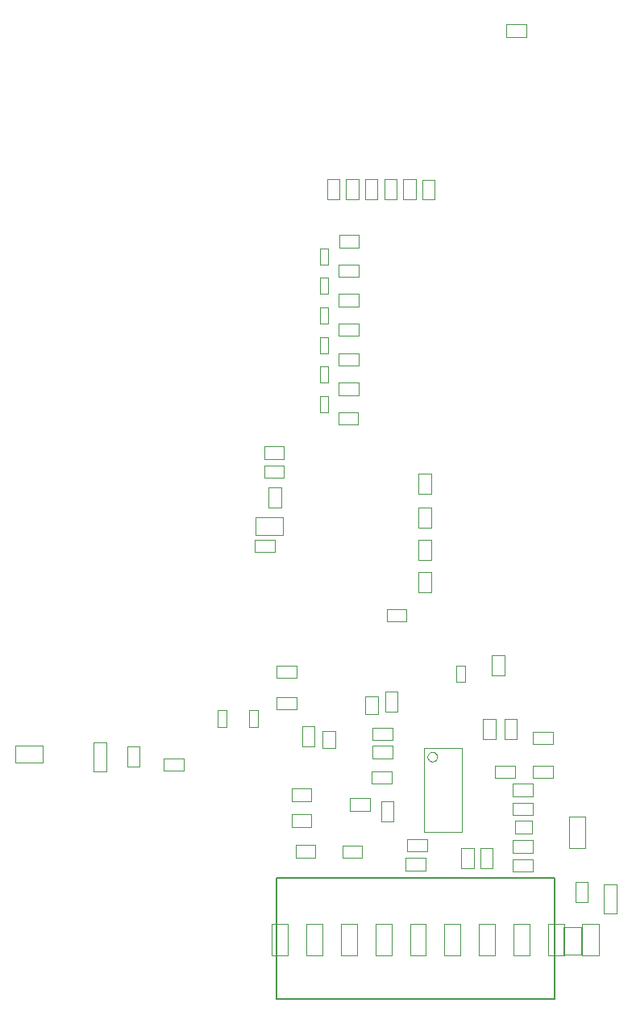
<source format=gbr>
%FSTAX23Y23*%
%MOIN*%
%SFA1B1*%

%IPPOS*%
%ADD94C,0.005000*%
%ADD109C,0.003937*%
%LNpms_board_mechanical_13-1*%
%LPD*%
G54D94*
X01355Y00853D02*
X02506D01*
X01355D02*
Y01354D01*
X02505*
X02506Y01353*
Y00853D02*
Y01353D01*
G54D109*
X02019Y01854D02*
D01*
X02019Y01855*
X02019Y01857*
X02019Y01858*
X02018Y01859*
X02018Y01861*
X02017Y01862*
X02017Y01863*
X02016Y01864*
X02015Y01865*
X02015Y01866*
X02014Y01868*
X02013Y01868*
X02012Y01869*
X02011Y0187*
X02009Y01871*
X02008Y01872*
X02007Y01872*
X02006Y01873*
X02004Y01873*
X02003Y01873*
X02002Y01873*
X02Y01874*
X01999*
X01997Y01873*
X01996Y01873*
X01995Y01873*
X01993Y01873*
X01992Y01872*
X01991Y01872*
X0199Y01871*
X01988Y0187*
X01987Y01869*
X01986Y01868*
X01985Y01868*
X01984Y01866*
X01984Y01865*
X01983Y01864*
X01982Y01863*
X01982Y01862*
X01981Y01861*
X01981Y01859*
X0198Y01858*
X0198Y01857*
X0198Y01855*
X0198Y01854*
X0198Y01852*
X0198Y01851*
X0198Y0185*
X01981Y01848*
X01981Y01847*
X01982Y01846*
X01982Y01845*
X01983Y01843*
X01984Y01842*
X01984Y01841*
X01985Y0184*
X01986Y01839*
X01987Y01838*
X01988Y01838*
X0199Y01837*
X01991Y01836*
X01992Y01836*
X01993Y01835*
X01995Y01835*
X01996Y01834*
X01997Y01834*
X01999Y01834*
X02*
X02002Y01834*
X02003Y01834*
X02004Y01835*
X02006Y01835*
X02007Y01836*
X02008Y01836*
X02009Y01837*
X02011Y01838*
X02012Y01838*
X02013Y01839*
X02014Y0184*
X02015Y01841*
X02015Y01842*
X02016Y01843*
X02017Y01845*
X02017Y01846*
X02018Y01847*
X02018Y01848*
X02019Y0185*
X02019Y01851*
X02019Y01852*
X02019Y01854*
X02592Y01254D02*
Y01337D01*
X02643Y01254D02*
Y01337D01*
X02592Y01254D02*
X02643D01*
X02592Y01337D02*
X02643D01*
X02543Y01037D02*
Y01151D01*
X02614Y01037D02*
Y01151D01*
X02543Y01037D02*
X02614D01*
X02543Y01151D02*
X02614D01*
X0262Y01033D02*
Y01163D01*
X02687Y01033D02*
Y01163D01*
X0262D02*
X02687D01*
X0262Y01033D02*
X02687D01*
X02477Y01033D02*
Y01163D01*
X02544Y01033D02*
Y01163D01*
X02477D02*
X02544D01*
X02477Y01033D02*
X02544D01*
X02334D02*
Y01163D01*
X02401Y01033D02*
Y01163D01*
X02334D02*
X02401D01*
X02334Y01033D02*
X02401D01*
X02192D02*
Y01163D01*
X02259Y01033D02*
Y01163D01*
X02192D02*
X02259D01*
X02192Y01033D02*
X02259D01*
X02049Y01034D02*
Y01164D01*
X02116Y01034D02*
Y01164D01*
X02049D02*
X02116D01*
X02049Y01034D02*
X02116D01*
X01907Y01033D02*
Y01163D01*
X01973Y01033D02*
Y01163D01*
X01907D02*
X01973D01*
X01907Y01033D02*
X01973D01*
X01764D02*
Y01163D01*
X01831Y01033D02*
Y01163D01*
X01764D02*
X01831D01*
X01764Y01033D02*
X01831D01*
X01621D02*
Y01163D01*
X01688Y01033D02*
Y01163D01*
X01621D02*
X01688D01*
X01621Y01033D02*
X01688D01*
X01479D02*
Y01163D01*
X01546Y01033D02*
Y01163D01*
X01479D02*
X01546D01*
X01479Y01033D02*
X01546D01*
X01336Y01033D02*
Y01163D01*
X01403Y01033D02*
Y01163D01*
X01336D02*
X01403D01*
X01336Y01033D02*
X01403D01*
X01964Y01543D02*
Y01889D01*
X02122Y01543D02*
Y01889D01*
X01964D02*
X02122D01*
X01964Y01543D02*
X02122D01*
X02415Y01958D02*
X02498D01*
X02415Y01907D02*
X02498D01*
X02415D02*
Y01958D01*
X02498Y01907D02*
Y01958D01*
X02348Y01928D02*
Y0201D01*
X02297Y01928D02*
Y0201D01*
X02348*
X02297Y01928D02*
X02348D01*
X02305Y04879D02*
X02387D01*
X02305Y04828D02*
X02387D01*
X02305D02*
Y04879D01*
X02387Y04828D02*
Y04879D01*
X01888Y01383D02*
X01971D01*
X01888Y01435D02*
X01971D01*
Y01383D02*
Y01435D01*
X01888Y01383D02*
Y01435D01*
X01896Y01513D02*
X01979D01*
X01896Y01462D02*
X01979D01*
X01896D02*
Y01513D01*
X01979Y01462D02*
Y01513D01*
X01659Y01683D02*
X01742D01*
X01659Y01631D02*
X01742D01*
X01659D02*
Y01683D01*
X01742Y01631D02*
Y01683D01*
X0184Y01587D02*
Y0167D01*
X01789Y01587D02*
Y0167D01*
X0184*
X01789Y01587D02*
X0184D01*
X01752Y01848D02*
X01835D01*
X01752Y01899D02*
X01835D01*
Y01848D02*
Y01899D01*
X01752Y01848D02*
Y01899D01*
Y01923D02*
X01835D01*
X01752Y01974D02*
X01835D01*
Y01923D02*
Y01974D01*
X01752Y01923D02*
Y01974D01*
X01355Y02049D02*
X01437D01*
X01355Y021D02*
X01437D01*
Y02049D02*
Y021D01*
X01355Y02049D02*
Y021D01*
X02333Y01379D02*
X02416D01*
X02333Y01431D02*
X02416D01*
Y01379D02*
Y01431D01*
X02333Y01379D02*
Y01431D01*
Y01509D02*
X02416D01*
X02333Y01458D02*
X02416D01*
X02333D02*
Y01509D01*
X02416Y01458D02*
Y01509D01*
X00789Y01813D02*
Y01896D01*
X00738Y01813D02*
Y01896D01*
X00789*
X00738Y01813D02*
X00789D01*
X01805Y0204D02*
Y02123D01*
X01856Y0204D02*
Y02123D01*
X01805Y0204D02*
X01856D01*
X01805Y02123D02*
X01856D01*
X00888Y01848D02*
X00971D01*
X00888Y01797D02*
X00971D01*
X00888D02*
Y01848D01*
X00971Y01797D02*
Y01848D01*
X02198Y01394D02*
Y01477D01*
X0225Y01394D02*
Y01477D01*
X02198Y01394D02*
X0225D01*
X02198Y01477D02*
X0225D01*
X01418Y01616D02*
X015D01*
X01418Y01564D02*
X015D01*
X01418D02*
Y01616D01*
X015Y01564D02*
Y01616D01*
X01356Y0223D02*
X01438D01*
X01356Y02179D02*
X01438D01*
X01356D02*
Y0223D01*
X01438Y02179D02*
Y0223D01*
X02297Y02189D02*
Y02272D01*
X02246Y02189D02*
Y02272D01*
X02297*
X02246Y02189D02*
X02297D01*
X02332Y0169D02*
X02415D01*
X02332Y01742D02*
X02415D01*
Y0169D02*
Y01742D01*
X02332Y0169D02*
Y01742D01*
X02261Y01928D02*
Y0201D01*
X0221Y01928D02*
Y0201D01*
X02261*
X0221Y01928D02*
X02261D01*
X0226Y01816D02*
X02343D01*
X0226Y01765D02*
X02343D01*
X0226D02*
Y01816D01*
X02343Y01765D02*
Y01816D01*
X02171Y01394D02*
Y01477D01*
X0212Y01394D02*
Y01477D01*
X02171*
X0212Y01394D02*
X02171D01*
X02416Y01816D02*
X02499D01*
X02416Y01765D02*
X02499D01*
X02416D02*
Y01816D01*
X02499Y01765D02*
Y01816D01*
X01627Y01486D02*
X0171D01*
X01627Y01435D02*
X0171D01*
X01627D02*
Y01486D01*
X0171Y01435D02*
Y01486D01*
X01434Y01438D02*
X01516D01*
X01434Y0149D02*
X01516D01*
Y01438D02*
Y0149D01*
X01434Y01438D02*
Y0149D01*
X02333Y01612D02*
X02416D01*
X02333Y01663D02*
X02416D01*
Y01612D02*
Y01663D01*
X02333Y01612D02*
Y01663D01*
X01462Y01898D02*
Y01981D01*
X01513Y01898D02*
Y01981D01*
X01462Y01898D02*
X01513D01*
X01462Y01981D02*
X01513D01*
X01418Y01671D02*
X015D01*
X01418Y01722D02*
X015D01*
Y01671D02*
Y01722D01*
X01418Y01671D02*
Y01722D01*
X01611Y03226D02*
X01693D01*
X01611Y03277D02*
X01693D01*
Y03226D02*
Y03277D01*
X01611Y03226D02*
Y03277D01*
X01942Y02666D02*
Y02749D01*
X01994Y02666D02*
Y02749D01*
X01942Y02666D02*
X01994D01*
X01942Y02749D02*
X01994D01*
X01811Y02464D02*
X01893D01*
X01811Y02413D02*
X01893D01*
X01811D02*
Y02464D01*
X01893Y02413D02*
Y02464D01*
X01942Y02532D02*
Y02615D01*
X01994Y02532D02*
Y02615D01*
X01942Y02532D02*
X01994D01*
X01942Y02615D02*
X01994D01*
X01613Y03348D02*
X01695D01*
X01613Y03399D02*
X01695D01*
Y03348D02*
Y03399D01*
X01613Y03348D02*
Y03399D01*
Y0347D02*
X01695D01*
X01613Y03521D02*
X01695D01*
Y0347D02*
Y03521D01*
X01613Y0347D02*
Y03521D01*
Y03592D02*
X01695D01*
X01613Y03643D02*
X01695D01*
Y03592D02*
Y03643D01*
X01613Y03592D02*
Y03643D01*
X01264Y02751D02*
X01347D01*
X01264Y027D02*
X01347D01*
X01264D02*
Y02751D01*
X01347Y027D02*
Y02751D01*
X02009Y04155D02*
Y04238D01*
X01958Y04155D02*
Y04238D01*
X02009*
X01958Y04155D02*
X02009D01*
X01931Y04156D02*
Y04239D01*
X01879Y04156D02*
Y04239D01*
X01931*
X01879Y04156D02*
X01931D01*
X01852D02*
Y04239D01*
X01801Y04156D02*
Y04239D01*
X01852*
X01801Y04156D02*
X01852D01*
X01773D02*
Y04239D01*
X01722Y04156D02*
Y04239D01*
X01773*
X01722Y04156D02*
X01773D01*
X01694D02*
Y04239D01*
X01643Y04156D02*
Y04239D01*
X01694*
X01643Y04156D02*
X01694D01*
X01616D02*
Y04239D01*
X01564Y04156D02*
Y04239D01*
X01616*
X01564Y04156D02*
X01616D01*
X01613Y03714D02*
X01695D01*
X01613Y03765D02*
X01695D01*
Y03714D02*
Y03765D01*
X01613Y03714D02*
Y03765D01*
Y03836D02*
X01695D01*
X01613Y03887D02*
X01695D01*
Y03836D02*
Y03887D01*
X01613Y03836D02*
Y03887D01*
X01614Y03958D02*
X01696D01*
X01614Y04009D02*
X01696D01*
Y03958D02*
Y04009D01*
X01614Y03958D02*
Y04009D01*
X02763Y01207D02*
Y01327D01*
X02708Y01207D02*
Y01327D01*
Y01207D02*
X02763D01*
X02708Y01327D02*
X02763D01*
X00653Y01794D02*
Y01914D01*
X00598Y01794D02*
Y01914D01*
Y01794D02*
X00653D01*
X00598Y01914D02*
X00653D01*
X01242Y01978D02*
X01277D01*
X01242Y02045D02*
X01277D01*
X01242Y01978D02*
Y02045D01*
X01277Y01978D02*
Y02045D01*
X01112Y01978D02*
X01147D01*
X01112Y02045D02*
X01147D01*
X01112Y01978D02*
Y02045D01*
X01147Y01978D02*
Y02045D01*
X021Y02163D02*
X02135D01*
X021Y0223D02*
X02135D01*
X021Y02163D02*
Y0223D01*
X02135Y02163D02*
Y0223D01*
X01721Y02031D02*
X01774D01*
X01721Y02102D02*
X01774D01*
X01721Y02031D02*
Y02102D01*
X01774Y02031D02*
Y02102D01*
X00276Y0183D02*
Y01901D01*
X0039Y0183D02*
Y01901D01*
X00276D02*
X0039D01*
X00276Y0183D02*
X0039D01*
X02342Y01536D02*
Y01589D01*
X02413Y01536D02*
Y01589D01*
X02342D02*
X02413D01*
X02342Y01536D02*
X02413D01*
X01544Y01889D02*
X01597D01*
X01544Y0196D02*
X01597D01*
X01544Y01889D02*
Y0196D01*
X01597Y01889D02*
Y0196D01*
X01382Y02771D02*
Y02842D01*
X01268Y02771D02*
Y02842D01*
Y02771D02*
X01382D01*
X01268Y02842D02*
X01382D01*
X01749Y01742D02*
X01831D01*
X01749Y01793D02*
X01831D01*
Y01742D02*
Y01793D01*
X01749Y01742D02*
Y01793D01*
X02564Y01477D02*
X02631D01*
X02564Y01607D02*
X02631D01*
X02564Y01477D02*
Y01607D01*
X02631Y01477D02*
Y01607D01*
X01535Y03344D02*
X0157D01*
X01535Y03277D02*
X0157D01*
Y03344*
X01535Y03277D02*
Y03344D01*
X01942Y028D02*
Y02882D01*
X01994Y028D02*
Y02882D01*
X01942Y028D02*
X01994D01*
X01942Y02882D02*
X01994D01*
Y02941D02*
Y03024D01*
X01942Y02941D02*
Y03024D01*
X01994*
X01942Y02941D02*
X01994D01*
X01535Y03466D02*
X0157D01*
X01535Y03399D02*
X0157D01*
Y03466*
X01535Y03399D02*
Y03466D01*
Y03588D02*
X0157D01*
X01535Y03521D02*
X0157D01*
Y03588*
X01535Y03521D02*
Y03588D01*
X01322Y02882D02*
Y02965D01*
X01374Y02882D02*
Y02965D01*
X01322Y02882D02*
X01374D01*
X01322Y02965D02*
X01374D01*
X01535Y0371D02*
X0157D01*
X01535Y03643D02*
X0157D01*
Y0371*
X01535Y03643D02*
Y0371D01*
X01304Y03005D02*
X01386D01*
X01304Y03057D02*
X01386D01*
Y03005D02*
Y03057D01*
X01304Y03005D02*
Y03057D01*
Y03135D02*
X01386D01*
X01304Y03084D02*
X01386D01*
X01304D02*
Y03135D01*
X01386Y03084D02*
Y03135D01*
X01535Y03832D02*
X0157D01*
X01535Y03765D02*
X0157D01*
Y03832*
X01535Y03765D02*
Y03832D01*
Y03954D02*
X0157D01*
X01535Y03887D02*
X0157D01*
Y03954*
X01535Y03887D02*
Y03954D01*
M02*
</source>
